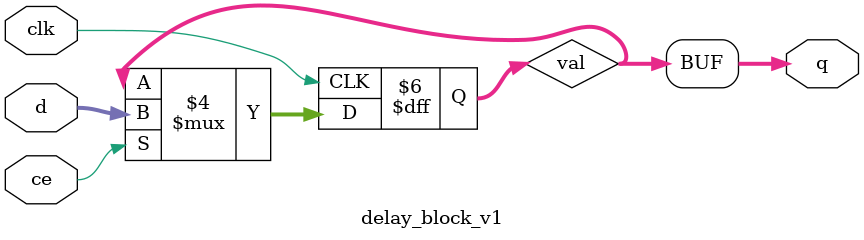
<source format=v>
`timescale 1ns / 1ps


module delay_block_v1#
(
    parameter N=4
)
(
        input clk,
        input ce,
        input [N-1:0] d,
        output [N-1:0] q
    );
reg [N-1:0]val = 0;

always @(posedge clk)
begin
    if(ce) val<=d;
    else val<=val;
end

assign q=val;
endmodule

</source>
